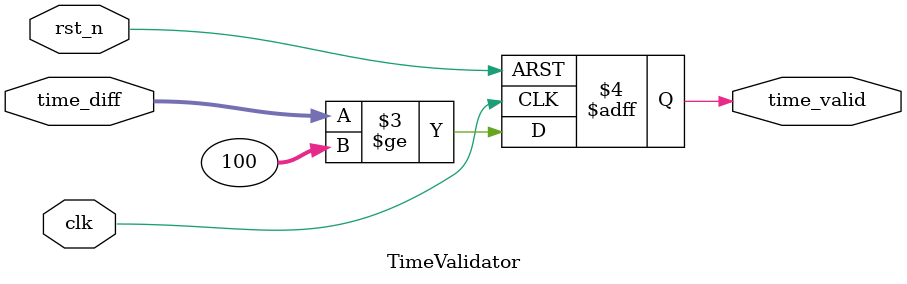
<source format=sv>
module TTBridge #(
    parameter SCHEDULE = 32'h0000_FFFF
)(
    input clk, rst_n,
    input [31:0] timestamp,
    output trigger
);
    // 内部信号
    wire schedule_match;
    wire [31:0] time_diff;
    wire time_valid;
    
    // 实例化子模块
    TimestampTracker timestamp_tracker (
        .clk(clk),
        .rst_n(rst_n),
        .timestamp(timestamp),
        .trigger_out(trigger),
        .schedule_match(schedule_match),
        .time_diff(time_diff),
        .time_valid(time_valid)
    );
    
    ScheduleChecker #(
        .SCHEDULE(SCHEDULE)
    ) schedule_checker (
        .clk(clk),
        .rst_n(rst_n),
        .timestamp(timestamp),
        .schedule_match(schedule_match)
    );
    
    TimeValidator time_validator (
        .clk(clk),
        .rst_n(rst_n),
        .time_diff(time_diff),
        .time_valid(time_valid)
    );
endmodule

// 时间戳记录子模块
module TimestampTracker (
    input clk, rst_n,
    input [31:0] timestamp,
    output reg [31:0] time_diff,
    output reg trigger_out,
    input schedule_match,
    input time_valid
);
    reg [31:0] last_ts;
    
    always @(posedge clk or negedge rst_n) begin
        if (!rst_n) begin
            last_ts <= 32'h0;
            time_diff <= 32'h0;
            trigger_out <= 1'b0;
        end else begin
            time_diff <= timestamp - last_ts;
            
            if (schedule_match && time_valid) begin
                trigger_out <= 1'b1;
                last_ts <= timestamp;
            end else begin
                trigger_out <= 1'b0;
            end
        end
    end
endmodule

// 调度检查子模块
module ScheduleChecker #(
    parameter SCHEDULE = 32'h0000_FFFF
)(
    input clk, rst_n,
    input [31:0] timestamp,
    output reg schedule_match
);
    always @(posedge clk or negedge rst_n) begin
        if (!rst_n) begin
            schedule_match <= 1'b0;
        end else begin
            schedule_match <= (timestamp & SCHEDULE) != 0;
        end
    end
endmodule

// 时间验证子模块
module TimeValidator (
    input clk, rst_n,
    input [31:0] time_diff,
    output reg time_valid
);
    localparam MIN_TIME_DIFF = 32'd100;
    
    always @(posedge clk or negedge rst_n) begin
        if (!rst_n) begin
            time_valid <= 1'b0;
        end else begin
            time_valid <= (time_diff >= MIN_TIME_DIFF);
        end
    end
endmodule
</source>
